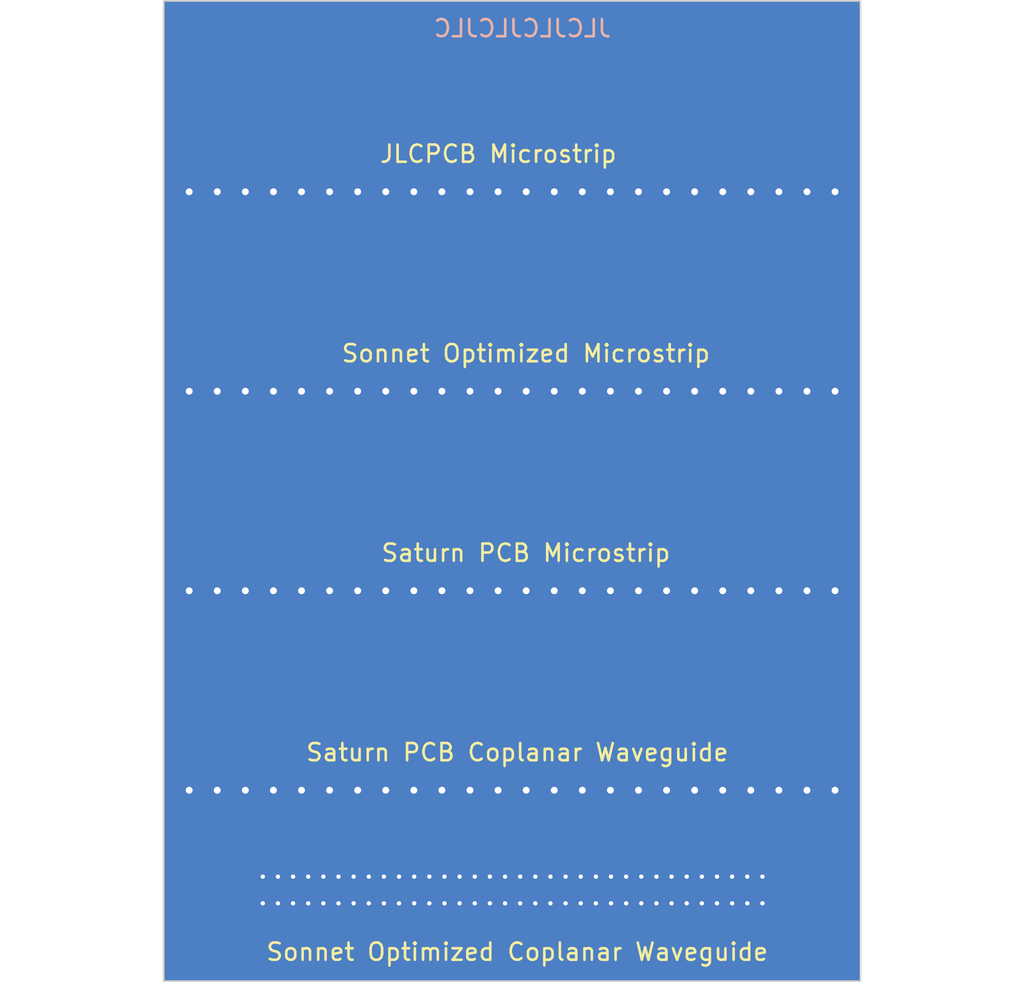
<source format=kicad_pcb>
(kicad_pcb (version 20211014) (generator pcbnew)
  (title_block (title "Test Coupon") (date "2022-07-20") (rev "1") (company "QuarterWave Engineering") (comment 1 "Made with <3 in San Diego - MIT Licence") (comment 4 "Looks simple? I wish."))
  (layers (0 "F.Cu" signal) (1 "In1.Cu" signal) (2 "In2.Cu" signal) (31 "B.Cu" signal) (34 "B.Paste" user) (35 "F.Paste" user) (36 "B.SilkS" user "B.Silkscreen") (37 "F.SilkS" user "F.Silkscreen") (38 "B.Mask" user) (39 "F.Mask" user) (44 "Edge.Cuts" user))
  (net 0 "")
  (net 1 "Net-(J1-Pad1)")
  (net 2 "GND")
  (net 3 "Net-(J3-Pad1)")
  (net 4 "Net-(J5-Pad1)")
  (net 5 "Net-(J7-Pad1)")
  (net 6 "Net-(J8-Pad1)")
  (net 7 "Net-(J9-Pad1)")
  (net 8 "Net-(J10-Pad1)")
  (footprint "ebaySMA:ebaySMA" (layer "F.Cu") (at 136 109.3 -90)
    (fp_text reference "J9" hide)
    (fp_text value "Conn_Coaxial")
    (pad "1" smd rect (at 0 -2 270) (size 1.2 4) (layers "F.Cu" "F.Paste" "F.Mask") (net 7 "Net-(J9-Pad1)"))
    (pad "2" smd rect (at 2.99 -2 270) (size 1.28 4) (layers "F.Cu" "F.Paste" "F.Mask") (net 2 "GND"))
    (pad "2" smd rect (at 2.99 -2 270) (size 1.28 4) (layers "B.Cu" "B.Paste" "B.Mask") (net 2 "GND"))
    (pad "2" smd rect (at -2.98 -2 270) (size 1.28 4) (layers "F.Cu" "F.Paste" "F.Mask") (net 2 "GND"))
    (pad "2" smd rect (at -2.98 -2 270) (size 1.28 4) (layers "B.Cu" "B.Paste" "B.Mask") (net 2 "GND"))
  )
  (footprint "ebaySMA:ebaySMA" (layer "F.Cu") (at 176.4 86.1 90)
    (fp_text reference "J6" hide)
    (fp_text value "Conn_Coaxial")
    (pad "1" smd rect (at 0 -2 90) (size 1.2 4) (layers "F.Cu" "F.Paste" "F.Mask") (net 4 "Net-(J5-Pad1)"))
    (pad "2" smd rect (at 2.99 -2 90) (size 1.28 4) (layers "F.Cu" "F.Paste" "F.Mask") (net 2 "GND"))
    (pad "2" smd rect (at 2.99 -2 90) (size 1.28 4) (layers "B.Cu" "B.Paste" "B.Mask") (net 2 "GND"))
    (pad "2" smd rect (at -2.98 -2 90) (size 1.28 4) (layers "F.Cu" "F.Paste" "F.Mask") (net 2 "GND"))
    (pad "2" smd rect (at -2.98 -2 90) (size 1.28 4) (layers "B.Cu" "B.Paste" "B.Mask") (net 2 "GND"))
  )
  (footprint "testFootprint:SonnetCPWG" (layer "F.Cu") (at 156.199992 109.30001)
    (fp_text reference "NT5" hide)
    (fp_text value "Sonnet CPWG")
    (pad "1" smd oval (at 0.02 0) (size 31.36 0.296416) (layers "F.Cu" "F.Paste" "F.Mask") (net 7 "Net-(J9-Pad1)"))
    (pad "2" thru_hole circle (at -10.0911 -0.776) (size 0.38 0.38) (drill 0.25) (layers *.Cu *.Mask) (net 2 "GND"))
    (pad "2" thru_hole circle (at 4.8672 0.776) (size 0.38 0.38) (drill 0.25) (layers *.Cu *.Mask) (net 2 "GND"))
    (pad "2" thru_hole circle (at -7.4514 -0.776) (size 0.38 0.38) (drill 0.25) (layers *.Cu *.Mask) (net 2 "GND"))
    (pad "2" thru_hole circle (at -2.172 -0.776) (size 0.38 0.38) (drill 0.25) (layers *.Cu *.Mask) (net 2 "GND"))
    (pad "2" thru_hole circle (at -3.9318 -0.776) (size 0.38 0.38) (drill 0.25) (layers *.Cu *.Mask) (net 2 "GND"))
    (pad "2" thru_hole circle (at -4.8117 -0.776) (size 0.38 0.38) (drill 0.25) (layers *.Cu *.Mask) (net 2 "GND"))
    (pad "2" thru_hole circle (at 14.5461 0.776) (size 0.38 0.38) (drill 0.25) (layers *.Cu *.Mask) (net 2 "GND"))
    (pad "2" thru_hole circle (at -10.971 0.776) (size 0.38 0.38) (drill 0.25) (layers *.Cu *.Mask) (net 2 "GND"))
    (pad "2" thru_hole circle (at -5.6916 0.776) (size 0.38 0.38) (drill 0.25) (layers *.Cu *.Mask) (net 2 "GND"))
    (pad "2" thru_hole circle (at 5.7471 -0.776) (size 0.38 0.38) (drill 0.25) (layers *.Cu *.Mask) (net 2 "GND"))
    (pad "2" thru_hole circle (at -8.3313 -0.776) (size 0.38 0.38) (drill 0.25) (layers *.Cu *.Mask) (net 2 "GND"))
    (pad "2" thru_hole circle (at 2.2275 0.776) (size 0.38 0.38) (drill 0.25) (layers *.Cu *.Mask) (net 2 "GND"))
    (pad "2" thru_hole circle (at 13.6662 -0.776) (size 0.38 0.38) (drill 0.25) (layers *.Cu *.Mask) (net 2 "GND"))
    (pad "2" thru_hole circle (at 11.9064 -0.776) (size 0.38 0.38) (drill 0.25) (layers *.Cu *.Mask) (net 2 "GND"))
    (pad "2" thru_hole circle (at -2.172 0.776) (size 0.38 0.38) (drill 0.25) (layers *.Cu *.Mask) (net 2 "GND"))
    (pad "2" thru_hole circle (at 1.3476 -0.776) (size 0.38 0.38) (drill 0.25) (layers *.Cu *.Mask) (net 2 "GND"))
    (pad "2" thru_hole circle (at 11.9064 0.776) (size 0.38 0.38) (drill 0.25) (layers *.Cu *.Mask) (net 2 "GND"))
    (pad "2" thru_hole circle (at -0.4122 0.776) (size 0.38 0.38) (drill 0.25) (layers *.Cu *.Mask) (net 2 "GND"))
    (pad "2" thru_hole circle (at 7.5069 -0.776) (size 0.38 0.38) (drill 0.25) (layers *.Cu *.Mask) (net 2 "GND"))
    (pad "2" thru_hole circle (at -11.8509 -0.776) (size 0.38 0.38) (drill 0.25) (layers *.Cu *.Mask) (net 2 "GND"))
    (pad "2" thru_hole circle (at 2.2275 -0.776) (size 0.38 0.38) (drill 0.25) (layers *.Cu *.Mask) (net 2 "GND"))
    (pad "2" thru_hole circle (at 10.1466 -0.776) (size 0.38 0.38) (drill 0.25) (layers *.Cu *.Mask) (net 2 "GND"))
    (pad "2" thru_hole circle (at 1.3476 0.776) (size 0.38 0.38) (drill 0.25) (layers *.Cu *.Mask) (net 2 "GND"))
    (pad "2" thru_hole circle (at -4.8117 0.776) (size 0.38 0.38) (drill 0.25) (layers *.Cu *.Mask) (net 2 "GND"))
    (pad "2" thru_hole circle (at 10.1466 0.776) (size 0.38 0.38) (drill 0.25) (layers *.Cu *.Mask) (net 2 "GND"))
    (pad "2" thru_hole circle (at -6.5715 -0.776) (size 0.38 0.38) (drill 0.25) (layers *.Cu *.Mask) (net 2 "GND"))
    (pad "2" thru_hole circle (at -5.6916 -0.776) (size 0.38 0.38) (drill 0.25) (layers *.Cu *.Mask) (net 2 "GND"))
    (pad "2" thru_hole circle (at 6.627 0.776) (size 0.38 0.38) (drill 0.25) (layers *.Cu *.Mask) (net 2 "GND"))
    (pad "2" thru_hole circle (at -3.9318 0.776) (size 0.38 0.38) (drill 0.25) (layers *.Cu *.Mask) (net 2 "GND"))
    (pad "2" thru_hole circle (at -7.4514 0.776) (size 0.38 0.38) (drill 0.25) (layers *.Cu *.Mask) (net 2 "GND"))
    (pad "2" thru_hole circle (at -1.2921 -0.776) (size 0.38 0.38) (drill 0.25) (layers *.Cu *.Mask) (net 2 "GND"))
    (pad "2" thru_hole circle (at 11.0265 0.776) (size 0.38 0.38) (drill 0.25) (layers *.Cu *.Mask) (net 2 "GND"))
    (pad "2" thru_hole circle (at 0.4677 -0.776) (size 0.38 0.38) (drill 0.25) (layers *.Cu *.Mask) (net 2 "GND"))
    (pad "2" thru_hole circle (at 6.627 -0.776) (size 0.38 0.38) (drill 0.25) (layers *.Cu *.Mask) (net 2 "GND"))
    (pad "2" smd rect (at 0.0195 -0.740918) (size 29.972 1.016164) (layers "F.Cu" "F.Paste" "F.Mask") (net 2 "GND"))
    (pad "2" thru_hole circle (at -10.971 -0.776) (size 0.38 0.38) (drill 0.25) (layers *.Cu *.Mask) (net 2 "GND"))
    (pad "2" thru_hole circle (at 13.6662 0.776) (size 0.38 0.38) (drill 0.25) (layers *.Cu *.Mask) (net 2 "GND"))
    (pad "2" thru_hole circle (at -14.4906 0.776) (size 0.38 0.38) (drill 0.25) (layers *.Cu *.Mask) (net 2 "GND"))
    (pad "2" thru_hole circle (at -3.0519 -0.776) (size 0.38 0.38) (drill 0.25) (layers *.Cu *.Mask) (net 2 "GND"))
    (pad "2" thru_hole circle (at 11.0265 -0.776) (size 0.38 0.38) (drill 0.25) (layers *.Cu *.Mask) (net 2 "GND"))
    (pad "2" thru_hole circle (at -13.6107 -0.776) (size 0.38 0.38) (drill 0.25) (layers *.Cu *.Mask) (net 2 "GND"))
    (pad "2" thru_hole circle (at -3.0519 0.776) (size 0.38 0.38) (drill 0.25) (layers *.Cu *.Mask) (net 2 "GND"))
    (pad "2" thru_hole circle (at 12.7863 -0.776) (size 0.38 0.38) (drill 0.25) (layers *.Cu *.Mask) (net 2 "GND"))
    (pad "2" thru_hole circle (at 7.5069 0.776) (size 0.38 0.38) (drill 0.25) (layers *.Cu *.Mask) (net 2 "GND"))
    (pad "2" thru_hole circle (at 3.1074 -0.776) (size 0.38 0.38) (drill 0.25) (layers *.Cu *.Mask) (net 2 "GND"))
    (pad "2" thru_hole circle (at -9.2112 -0.776) (size 0.38 0.38) (drill 0.25) (layers *.Cu *.Mask) (net 2 "GND"))
    (pad "2" thru_hole circle (at -12.7308 -0.776) (size 0.38 0.38) (drill 0.25) (layers *.Cu *.Mask) (net 2 "GND"))
    (pad "2" thru_hole circle (at -6.5715 0.776) (size 0.38 0.38) (drill 0.25) (layers *.Cu *.Mask) (net 2 "GND"))
    (pad "2" thru_hole circle (at 3.1074 0.776) (size 0.38 0.38) (drill 0.25) (layers *.Cu *.Mask) (net 2 "GND"))
    (pad "2" thru_hole circle (at 9.2667 -0.776) (size 0.38 0.38) (drill 0.25) (layers *.Cu *.Mask) (net 2 "GND"))
    (pad "2" thru_hole circle (at 3.9873 0.776) (size 0.38 0.38) (drill 0.25) (layers *.Cu *.Mask) (net 2 "GND"))
    (pad "2" thru_hole circle (at -0.4122 -0.776) (size 0.38 0.38) (drill 0.25) (layers *.Cu *.Mask) (net 2 "GND"))
    (pad "2" smd rect (at 0.02 0.741418) (size 29.972 1.017164) (layers "F.Cu" "F.Paste" "F.Mask") (net 2 "GND"))
    (pad "2" thru_hole circle (at 8.3868 -0.776) (size 0.38 0.38) (drill 0.25) (layers *.Cu *.Mask) (net 2 "GND"))
    (pad "2" thru_hole circle (at -12.7308 0.776) (size 0.38 0.38) (drill 0.25) (layers *.Cu *.Mask) (net 2 "GND"))
    (pad "2" thru_hole circle (at -13.6107 0.776) (size 0.38 0.38) (drill 0.25) (layers *.Cu *.Mask) (net 2 "GND"))
    (pad "2" thru_hole circle (at 8.3868 0.776) (size 0.38 0.38) (drill 0.25) (layers *.Cu *.Mask) (net 2 "GND"))
    (pad "2" thru_hole circle (at -14.4906 -0.776) (size 0.38 0.38) (drill 0.25) (layers *.Cu *.Mask) (net 2 "GND"))
    (pad "2" thru_hole circle (at 12.7863 0.776) (size 0.38 0.38) (drill 0.25) (layers *.Cu *.Mask) (net 2 "GND"))
    (pad "2" thru_hole circle (at -11.8509 0.776) (size 0.38 0.38) (drill 0.25) (layers *.Cu *.Mask) (net 2 "GND"))
    (pad "2" thru_hole circle (at 4.8672 -0.776) (size 0.38 0.38) (drill 0.25) (layers *.Cu *.Mask) (net 2 "GND"))
    (pad "2" thru_hole circle (at 9.2667 0.776) (size 0.38 0.38) (drill 0.25) (layers *.Cu *.Mask) (net 2 "GND"))
    (pad "2" thru_hole circle (at -9.2112 0.776) (size 0.38 0.38) (drill 0.25) (layers *.Cu *.Mask) (net 2 "GND"))
    (pad "2" thru_hole circle (at -10.0911 0.776) (size 0.38 0.38) (drill 0.25) (layers *.Cu *.Mask) (net 2 "GND"))
    (pad "2" thru_hole circle (at 14.5461 -0.776) (size 0.38 0.38) (drill 0.25) (layers *.Cu *.Mask) (net 2 "GND"))
    (pad "2" thru_hole circle (at 3.9873 -0.776) (size 0.38 0.38) (drill 0.25) (layers *.Cu *.Mask) (net 2 "GND"))
    (pad "2" thru_hole circle (at -1.2921 0.776) (size 0.38 0.38) (drill 0.25) (layers *.Cu *.Mask) (net 2 "GND"))
    (pad "2" thru_hole circle (at -8.3313 0.776) (size 0.38 0.38) (drill 0.25) (layers *.Cu *.Mask) (net 2 "GND"))
    (pad "2" thru_hole circle (at 0.4677 0.776) (size 0.38 0.38) (drill 0.25) (layers *.Cu *.Mask) (net 2 "GND"))
    (pad "2" thru_hole circle (at 5.7471 0.776) (size 0.38 0.38) (drill 0.25) (layers *.Cu *.Mask) (net 2 "GND"))
  )
  (footprint "ebaySMA:ebaySMA" (layer "F.Cu") (at 136 74.5 -90)
    (fp_text reference "J3" hide)
    (fp_text value "Conn_Coaxial")
    (pad "1" smd rect (at 0 -2 270) (size 1.2 4) (layers "F.Cu" "F.Paste" "F.Mask") (net 3 "Net-(J3-Pad1)"))
    (pad "2" smd rect (at -2.98 -2 270) (size 1.28 4) (layers "F.Cu" "F.Paste" "F.Mask") (net 2 "GND"))
    (pad "2" smd rect (at 2.99 -2 270) (size 1.28 4) (layers "B.Cu" "B.Paste" "B.Mask") (net 2 "GND"))
    (pad "2" smd rect (at 2.99 -2 270) (size 1.28 4) (layers "F.Cu" "F.Paste" "F.Mask") (net 2 "GND"))
    (pad "2" smd rect (at -2.98 -2 270) (size 1.28 4) (layers "B.Cu" "B.Paste" "B.Mask") (net 2 "GND"))
  )
  (footprint "ebaySMA:ebaySMA" (layer "F.Cu") (at 176.40425 74.5 90)
    (fp_text reference "J4" hide)
    (fp_text value "Conn_Coaxial")
    (pad "1" smd rect (at 0 -2 90) (size 1.2 4) (layers "F.Cu" "F.Paste" "F.Mask") (net 3 "Net-(J3-Pad1)"))
    (pad "2" smd rect (at 2.99 -2 90) (size 1.28 4) (layers "B.Cu" "B.Paste" "B.Mask") (net 2 "GND"))
    (pad "2" smd rect (at -2.98 -2 90) (size 1.28 4) (layers "B.Cu" "B.Paste" "B.Mask") (net 2 "GND"))
    (pad "2" smd rect (at -2.98 -2 90) (size 1.28 4) (layers "F.Cu" "F.Paste" "F.Mask") (net 2 "GND"))
    (pad "2" smd rect (at 2.99 -2 90) (size 1.28 4) (layers "F.Cu" "F.Paste" "F.Mask") (net 2 "GND"))
  )
  (footprint "ebaySMA:ebaySMA" (layer "F.Cu") (at 136.006757 97.7 -90)
    (fp_text reference "J7" hide)
    (fp_text value "Conn_Coaxial")
    (pad "1" smd rect (at 0 -2 270) (size 1.2 4) (layers "F.Cu" "F.Paste" "F.Mask") (net 5 "Net-(J7-Pad1)"))
    (pad "2" smd rect (at 2.99 -2 270) (size 1.28 4) (layers "F.Cu" "F.Paste" "F.Mask") (net 2 "GND"))
    (pad "2" smd rect (at -2.98 -2 270) (size 1.28 4) (layers "F.Cu" "F.Paste" "F.Mask") (net 2 "GND"))
    (pad "2" smd rect (at -2.98 -2 270) (size 1.28 4) (layers "B.Cu" "B.Paste" "B.Mask") (net 2 "GND"))
    (pad "2" smd rect (at 2.99 -2 270) (size 1.28 4) (layers "B.Cu" "B.Paste" "B.Mask") (net 2 "GND"))
  )
  (footprint "ebaySMA:ebaySMA" (layer "F.Cu") (at 136 62.9 -90)
    (fp_text reference "J1" hide)
    (fp_text value "Conn_Coaxial")
    (pad "1" smd rect (at 0 -2 270) (size 1.2 4) (layers "F.Cu" "F.Paste" "F.Mask") (net 1 "Net-(J1-Pad1)"))
    (pad "2" smd rect (at -2.98 -2 270) (size 1.28 4) (layers "F.Cu" "F.Paste" "F.Mask") (net 2 "GND"))
    (pad "2" smd rect (at -2.98 -2 270) (size 1.28 4) (layers "B.Cu" "B.Paste" "B.Mask") (net 2 "GND"))
    (pad "2" smd rect (at 2.99 -2 270) (size 1.28 4) (layers "F.Cu" "F.Paste" "F.Mask") (net 2 "GND"))
    (pad "2" smd rect (at 2.99 -2 270) (size 1.28 4) (layers "B.Cu" "B.Paste" "B.Mask") (net 2 "GND"))
  )
  (footprint "ebaySMA:ebaySMA" (layer "F.Cu") (at 176.406757 97.7 90)
    (fp_text reference "J8" hide)
    (fp_text value "Conn_Coaxial")
    (pad "1" smd rect (at 0 -2 90) (size 1.2 4) (layers "F.Cu" "F.Paste" "F.Mask") (net 6 "Net-(J8-Pad1)"))
    (pad "2" smd rect (at 2.99 -2 90) (size 1.28 4) (layers "B.Cu" "B.Paste" "B.Mask") (net 2 "GND"))
    (pad "2" smd rect (at 2.99 -2 90) (size 1.28 4) (layers "F.Cu" "F.Paste" "F.Mask") (net 2 "GND"))
    (pad "2" smd rect (at -2.98 -2 90) (size 1.28 4) (layers "F.Cu" "F.Paste" "F.Mask") (net 2 "GND"))
    (pad "2" smd rect (at -2.98 -2 90) (size 1.28 4) (layers "B.Cu" "B.Paste" "B.Mask") (net 2 "GND"))
  )
  (footprint "ebaySMA:ebaySMA" (layer "F.Cu") (at 176.4 62.9 90)
    (fp_text reference "J2" hide)
    (fp_text value "Conn_Coaxial")
    (pad "1" smd rect (at 0 -2 90) (size 1.2 4) (layers "F.Cu" "F.Paste" "F.Mask") (net 1 "Net-(J1-Pad1)"))
    (pad "2" smd rect (at -2.98 -2 90) (size 1.28 4) (layers "F.Cu" "F.Paste" "F.Mask") (net 2 "GND"))
    (pad "2" smd rect (at 2.99 -2 90) (size 1.28 4) (layers "F.Cu" "F.Paste" "F.Mask") (net 2 "GND"))
    (pad "2" smd rect (at -2.98 -2 90) (size 1.28 4) (layers "B.Cu" "B.Paste" "B.Mask") (net 2 "GND"))
    (pad "2" smd rect (at 2.99 -2 90) (size 1.28 4) (layers "B.Cu" "B.Paste" "B.Mask") (net 2 "GND"))
  )
  (footprint "ebaySMA:ebaySMA" (layer "F.Cu") (at 136 86.1 -90)
    (fp_text reference "J5" hide)
    (fp_text value "Conn_Coaxial")
    (pad "1" smd rect (at 0 -2 270) (size 1.2 4) (layers "F.Cu" "F.Paste" "F.Mask") (net 4 "Net-(J5-Pad1)"))
    (pad "2" smd rect (at 2.99 -2 270) (size 1.28 4) (layers "B.Cu" "B.Paste" "B.Mask") (net 2 "GND"))
    (pad "2" smd rect (at -2.98 -2 270) (size 1.28 4) (layers "F.Cu" "F.Paste" "F.Mask") (net 2 "GND"))
    (pad "2" smd rect (at 2.99 -2 270) (size 1.28 4) (layers "F.Cu" "F.Paste" "F.Mask") (net 2 "GND"))
    (pad "2" smd rect (at -2.98 -2 270) (size 1.28 4) (layers "B.Cu" "B.Paste" "B.Mask") (net 2 "GND"))
  )
  (footprint "testFootprint:SaturnCPWG" (layer "F.Cu") (at 156.236757 97.7)
    (fp_text reference "NT4" hide)
    (fp_text value "Saturn CPWG")
    (pad "1" smd oval (at -0.03 0) (size 31.36 0.29718) (layers "F.Cu" "F.Paste" "F.Mask") (net 5 "Net-(J7-Pad1)"))
    (pad "2" smd rect (at -0.03 -0.74651) (size 29.972 1.01498) (layers "F.Cu" "F.Paste" "F.Mask") (net 2 "GND"))
    (pad "2" smd rect (at -0.03 0.7475) (size 29.972 1.015) (layers "F.Cu" "F.Paste" "F.Mask") (net 2 "GND"))
  )
  (footprint "ebaySMA:ebaySMA" (layer "F.Cu") (at 176.4 109.3 90)
    (fp_text reference "J10" hide)
    (fp_text value "Conn_Coaxial")
    (pad "1" smd rect (at 0 -2 90) (size 1.2 4) (layers "F.Cu" "F.Paste" "F.Mask") (net 8 "Net-(J10-Pad1)"))
    (pad "2" smd rect (at 2.99 -2 90) (size 1.28 4) (layers "F.Cu" "F.Paste" "F.Mask") (net 2 "GND"))
    (pad "2" smd rect (at -2.98 -2 90) (size 1.28 4) (layers "F.Cu" "F.Paste" "F.Mask") (net 2 "GND"))
    (pad "2" smd rect (at 2.99 -2 90) (size 1.28 4) (layers "B.Cu" "B.Paste" "B.Mask") (net 2 "GND"))
    (pad "2" smd rect (at -2.98 -2 90) (size 1.28 4) (layers "B.Cu" "B.Paste" "B.Mask") (net 2 "GND"))
  )
  (footprint "QuarterWave:logoWithText2Mask" (layer "B.Cu") (at 156.2 86.1 180)
    (fp_text reference "G***" hide)
    (fp_text value "LOGO" hide)
  )
  (gr_poly (pts (xy 140.7 109.3) (xy 140 109.8) (xy 140 108.8)) (layer "F.Cu") (width 0.2) (fill solid))
  (gr_poly (pts (xy 140.7 86.1) (xy 140 86.6) (xy 140 85.6)) (layer "F.Cu") (width 0.2) (fill solid))
  (gr_poly (pts (xy 140.7 74.5) (xy 140 75) (xy 140 74)) (layer "F.Cu") (width 0.2) (fill solid))
  (gr_poly (pts (xy 140.706757 97.7) (xy 140 98.2) (xy 140 97.2)) (layer "F.Cu") (width 0.2) (fill solid))
  (gr_poly (pts (xy 171.7 86.1) (xy 172.4 85.6) (xy 172.4 86.6)) (layer "F.Cu") (width 0.2) (fill solid))
  (gr_poly (pts (xy 140.7 62.9) (xy 140 63.4) (xy 140 62.4)) (layer "F.Cu") (width 0.2) (fill solid))
  (gr_poly (pts (xy 171.7 109.3) (xy 172.4 108.8) (xy 172.4 109.8)) (layer "F.Cu") (width 0.2) (fill solid))
  (gr_poly (pts (xy 171.7 74.477027) (xy 172.4 74) (xy 172.4 75)) (layer "F.Cu") (width 0.2) (fill solid))
  (gr_poly (pts (xy 171.7 62.9) (xy 172.4 62.4) (xy 172.4 63.4)) (layer "F.Cu") (width 0.2) (fill solid))
  (gr_poly (pts (xy 171.706757 97.7) (xy 172.406757 97.2) (xy 172.406757 98.2)) (layer "F.Cu") (width 0.2) (fill solid))
  (gr_rect (start 135.95024 114.6) (end 176.44976 57.6) (layer "Edge.Cuts") (width 0.1) (fill none))
  (gr_text "JLCJLCJLCJLC" (at 156.8 59.2) (layer "B.SilkS") (effects (font (size 1 1)) (justify mirror)))
  (gr_text "JLCPCB Microstrip" (at 155.4 66.5) (layer "F.SilkS") (effects (font (size 1 1))))
  (gr_text "Saturn PCB Coplanar Waveguide" (at 156.5 101.3) (layer "F.SilkS") (effects (font (size 1 1))))
  (gr_text "Sonnet Optimized Microstrip" (at 157 78.1) (layer "F.SilkS") (effects (font (size 1 1))))
  (gr_text "Sonnet Optimized Coplanar Waveguide" (at 156.5 112.9) (layer "F.SilkS") (effects (font (size 1 1))))
  (gr_text "Saturn PCB Microstrip" (at 157 89.7) (layer "F.SilkS") (effects (font (size 1 1))))
  (segment (start 138 62.9) (end 174.4 62.9) (width 0.29337) (layer "F.Cu") (net 1))
  (via (at 153.752 80.3) (size 0.8) (drill 0.4) (layers "F.Cu" "B.Cu") (net 2))
  (via (at 150.488 91.9) (size 0.8) (drill 0.4) (layers "F.Cu" "B.Cu") (net 2))
  (via (at 174.968 103.5) (size 0.8) (drill 0.4) (layers "F.Cu" "B.Cu") (net 2))
  (via (at 160.28 68.7) (size 0.8) (drill 0.4) (layers "F.Cu" "B.Cu") (net 2))
  (via (at 170.072 80.3) (size 0.8) (drill 0.4) (layers "F.Cu" "B.Cu") (net 2))
  (via (at 148.856 91.9) (size 0.8) (drill 0.4) (layers "F.Cu" "B.Cu") (net 2))
  (via (at 170.072 91.9) (size 0.8) (drill 0.4) (layers "F.Cu" "B.Cu") (net 2))
  (via (at 142.328 103.5) (size 0.8) (drill 0.4) (layers "F.Cu" "B.Cu") (net 2))
  (via (at 145.592 103.5) (size 0.8) (drill 0.4) (layers "F.Cu" "B.Cu") (net 2))
  (via (at 163.544 103.5) (size 0.8) (drill 0.4) (layers "F.Cu" "B.Cu") (net 2))
  (via (at 147.224 80.3) (size 0.8) (drill 0.4) (layers "F.Cu" "B.Cu") (net 2))
  (via (at 163.544 91.9) (size 0.8) (drill 0.4) (layers "F.Cu" "B.Cu") (net 2))
  (via (at 170.072 103.5) (size 0.8) (drill 0.4) (layers "F.Cu" "B.Cu") (net 2))
  (via (at 168.44 80.3) (size 0.8) (drill 0.4) (layers "F.Cu" "B.Cu") (net 2))
  (via (at 157.016 91.9) (size 0.8) (drill 0.4) (layers "F.Cu" "B.Cu") (net 2))
  (via (at 150.488 80.3) (size 0.8) (drill 0.4) (layers "F.Cu" "B.Cu") (net 2))
  (via (at 166.808 80.3) (size 0.8) (drill 0.4) (layers "F.Cu" "B.Cu") (net 2))
  (via (at 155.384 80.3) (size 0.8) (drill 0.4) (layers "F.Cu" "B.Cu") (net 2))
  (via (at 152.12 80.3) (size 0.8) (drill 0.4) (layers "F.Cu" "B.Cu") (net 2))
  (via (at 157.016 103.5) (size 0.8) (drill 0.4) (layers "F.Cu" "B.Cu") (net 2))
  (via (at 163.544 80.3) (size 0.8) (drill 0.4) (layers "F.Cu" "B.Cu") (net 2))
  (via (at 163.544 68.7) (size 0.8) (drill 0.4) (layers "F.Cu" "B.Cu") (net 2))
  (via (at 160.28 103.5) (size 0.8) (drill 0.4) (layers "F.Cu" "B.Cu") (net 2))
  (via (at 171.704 68.7) (size 0.8) (drill 0.4) (layers "F.Cu" "B.Cu") (net 2))
  (via (at 148.856 80.3) (size 0.8) (drill 0.4) (layers "F.Cu" "B.Cu") (net 2))
  (via (at 137.432 91.9) (size 0.8) (drill 0.4) (layers "F.Cu" "B.Cu") (net 2))
  (via (at 147.224 91.9) (size 0.8) (drill 0.4) (layers "F.Cu" "B.Cu") (net 2))
  (via (at 165.176 91.9) (size 0.8) (drill 0.4) (layers "F.Cu" "B.Cu") (net 2))
  (via (at 153.752 103.5) (size 0.8) (drill 0.4) (layers "F.Cu" "B.Cu") (net 2))
  (via (at 143.96 80.3) (size 0.8) (drill 0.4) (layers "F.Cu" "B.Cu") (net 2))
  (via (at 137.432 103.5) (size 0.8) (drill 0.4) (layers "F.Cu" "B.Cu") (net 2))
  (via (at 158.648 68.7) (size 0.8) (drill 0.4) (layers "F.Cu" "B.Cu") (net 2))
  (via (at 165.176 80.3) (size 0.8) (drill 0.4) (layers "F.Cu" "B.Cu") (net 2))
  (via (at 147.224 68.7) (size 0.8) (drill 0.4) (layers "F.Cu" "B.Cu") (net 2))
  (via (at 173.336 80.3) (size 0.8) (drill 0.4) (layers "F.Cu" "B.Cu") (net 2))
  (via (at 171.704 91.9) (size 0.8) (drill 0.4) (layers "F.Cu" "B.Cu") (net 2))
  (via (at 168.44 91.9) (size 0.8) (drill 0.4) (layers "F.Cu" "B.Cu") (net 2))
  (via (at 161.912 103.5) (size 0.8) (drill 0.4) (layers "F.Cu" "B.Cu") (net 2))
  (via (at 148.856 68.7) (size 0.8) (drill 0.4) (layers "F.Cu" "B.Cu") (net 2))
  (via (at 139.064 80.3) (size 0.8) (drill 0.4) (layers "F.Cu" "B.Cu") (net 2))
  (via (at 143.96 91.9) (size 0.8) (drill 0.4) (layers "F.Cu" "B.Cu") (net 2))
  (via (at 137.432 80.3) (size 0.8) (drill 0.4) (layers "F.Cu" "B.Cu") (net 2))
  (via (at 157.016 80.3) (size 0.8) (drill 0.4) (layers "F.Cu" "B.Cu") (net 2))
  (via (at 168.44 68.7) (size 0.8) (drill 0.4) (layers "F.Cu" "B.Cu") (net 2))
  (via (at 153.752 91.9) (size 0.8) (drill 0.4) (layers "F.Cu" "B.Cu") (net 2))
  (via (at 142.328 91.9) (size 0.8) (drill 0.4) (layers "F.Cu" "B.Cu") (net 2))
  (via (at 153.752 68.7) (size 0.8) (drill 0.4) (layers "F.Cu" "B.Cu") (net 2))
  (via (at 157.016 68.7) (size 0.8) (drill 0.4) (layers "F.Cu" "B.Cu") (net 2))
  (via (at 171.704 103.5) (size 0.8) (drill 0.4) (layers "F.Cu" "B.Cu") (net 2))
  (via (at 161.912 91.9) (size 0.8) (drill 0.4) (layers "F.Cu" "B.Cu") (net 2))
  (via (at 166.808 103.5) (size 0.8) (drill 0.4) (layers "F.Cu" "B.Cu") (net 2))
  (via (at 166.808 91.9) (size 0.8) (drill 0.4) (layers "F.Cu" "B.Cu") (net 2))
  (via (at 155.384 91.9) (size 0.8) (drill 0.4) (layers "F.Cu" "B.Cu") (net 2))
  (via (at 171.704 80.3) (size 0.8) (drill 0.4) (layers "F.Cu" "B.Cu") (net 2))
  (via (at 140.696 80.3) (size 0.8) (drill 0.4) (layers "F.Cu" "B.Cu") (net 2))
  (via (at 139.064 68.7) (size 0.8) (drill 0.4) (layers "F.Cu" "B.Cu") (net 2))
  (via (at 165.176 68.7) (size 0.8) (drill 0.4) (layers "F.Cu" "B.Cu") (net 2))
  (via (at 168.44 103.5) (size 0.8) (drill 0.4) (layers "F.Cu" "B.Cu") (net 2))
  (via (at 143.96 103.5) (size 0.8) (drill 0.4) (layers "F.Cu" "B.Cu") (net 2))
  (via (at 170.072 68.7) (size 0.8) (drill 0.4) (layers "F.Cu" "B.Cu") (net 2))
  (via (at 174.968 91.9) (size 0.8) (drill 0.4) (layers "F.Cu" "B.Cu") (net 2))
  (via (at 161.912 80.3) (size 0.8) (drill 0.4) (layers "F.Cu" "B.Cu") (net 2))
  (via (at 160.28 80.3) (size 0.8) (drill 0.4) (layers "F.Cu" "B.Cu") (net 2))
  (via (at 161.912 68.7) (size 0.8) (drill 0.4) (layers "F.Cu" "B.Cu") (net 2))
  (via (at 140.696 68.7) (size 0.8) (drill 0.4) (layers "F.Cu" "B.Cu") (net 2))
  (via (at 137.432 68.7) (size 0.8) (drill 0.4) (layers "F.Cu" "B.Cu") (net 2))
  (via (at 174.968 68.7) (size 0.8) (drill 0.4) (layers "F.Cu" "B.Cu") (net 2))
  (via (at 174.968 80.3) (size 0.8) (drill 0.4) (layers "F.Cu" "B.Cu") (net 2))
  (via (at 173.336 68.7) (size 0.8) (drill 0.4) (layers "F.Cu" "B.Cu") (net 2))
  (via (at 139.064 91.9) (size 0.8) (drill 0.4) (layers "F.Cu" "B.Cu") (net 2))
  (via (at 150.488 103.5) (size 0.8) (drill 0.4) (layers "F.Cu" "B.Cu") (net 2))
  (via (at 145.592 91.9) (size 0.8) (drill 0.4) (layers "F.Cu" "B.Cu") (net 2))
  (via (at 142.328 80.3) (size 0.8) (drill 0.4) (layers "F.Cu" "B.Cu") (net 2))
  (via (at 152.12 68.7) (size 0.8) (drill 0.4) (layers "F.Cu" "B.Cu") (net 2))
  (via (at 152.12 91.9) (size 0.8) (drill 0.4) (layers "F.Cu" "B.Cu") (net 2))
  (via (at 155.384 103.5) (size 0.8) (drill 0.4) (layers "F.Cu" "B.Cu") (net 2))
  (via (at 150.488 68.7) (size 0.8) (drill 0.4) (layers "F.Cu" "B.Cu") (net 2))
  (via (at 140.696 91.9) (size 0.8) (drill 0.4) (layers "F.Cu" "B.Cu") (net 2))
  (via (at 166.808 68.7) (size 0.8) (drill 0.4) (layers "F.Cu" "B.Cu") (net 2))
  (via (at 145.592 80.3) (size 0.8) (drill 0.4) (layers "F.Cu" "B.Cu") (net 2))
  (via (at 173.336 91.9) (size 0.8) (drill 0.4) (layers "F.Cu" "B.Cu") (net 2))
  (via (at 145.592 68.7) (size 0.8) (drill 0.4) (layers "F.Cu" "B.Cu") (net 2))
  (via (at 139.064 103.5) (size 0.8) (drill 0.4) (layers "F.Cu" "B.Cu") (net 2))
  (via (at 142.328 68.7) (size 0.8) (drill 0.4) (layers "F.Cu" "B.Cu") (net 2))
  (via (at 152.12 103.5) (size 0.8) (drill 0.4) (layers "F.Cu" "B.Cu") (net 2))
  (via (at 147.224 103.5) (size 0.8) (drill 0.4) (layers "F.Cu" "B.Cu") (net 2))
  (via (at 143.96 68.7) (size 0.8) (drill 0.4) (layers "F.Cu" "B.Cu") (net 2))
  (via (at 155.384 68.7) (size 0.8) (drill 0.4) (layers "F.Cu" "B.Cu") (net 2))
  (via (at 165.176 103.5) (size 0.8) (drill 0.4) (layers "F.Cu" "B.Cu") (net 2))
  (via (at 148.856 103.5) (size 0.8) (drill 0.4) (layers "F.Cu" "B.Cu") (net 2))
  (via (at 158.648 80.3) (size 0.8) (drill 0.4) (layers "F.Cu" "B.Cu") (net 2))
  (via (at 158.648 91.9) (size 0.8) (drill 0.4) (layers "F.Cu" "B.Cu") (net 2))
  (via (at 158.648 103.5) (size 0.8) (drill 0.4) (layers "F.Cu" "B.Cu") (net 2))
  (via (at 160.28 91.9) (size 0.8) (drill 0.4) (layers "F.Cu" "B.Cu") (net 2))
  (via (at 173.336 103.5) (size 0.8) (drill 0.4) (layers "F.Cu" "B.Cu") (net 2))
  (via (at 140.696 103.5) (size 0.8) (drill 0.4) (layers "F.Cu" "B.Cu") (net 2))
  (segment (start 138 74.5) (end 174.40425 74.5) (width 0.430733) (layer "F.Cu") (net 3))
  (segment (start 138 86.1) (end 174.4 86.1) (width 0.36068) (layer "F.Cu") (net 4))
  (zone (net 2) (net_name "GND") (layer "F.Cu") (connect_pads yes (clearance 0.0254)) (min_thickness 0.0254) (fill yes (thermal_gap 0.0254) (thermal_bridge_width 0.0254) (island_removal_mode 1) (island_area_min 0))
    (polygon (pts (xy 177.1 60.7) (xy 135.3 60.7) (xy 135.3 57.6) (xy 177.1 57.6)))
  )
  (zone (net 2) (net_name "GND") (layer "F.Cu") (connect_pads yes (clearance 0.0254)) (min_thickness 0.0254) (fill yes (thermal_gap 0.0254) (thermal_bridge_width 0.0254) (island_removal_mode 1) (island_area_min 0))
    (polygon (pts (xy 156.300424 109.647736) (xy 171.702984 109.647736) (xy 172.322744 110.1) (xy 177.100424 110.1) (xy 177.100424 114.6) (xy 156.300424 114.6)))
  )
  (zone (net 2) (net_name "GND") (layer "F.Cu") (connect_pads yes (clearance 0.0254)) (min_thickness 0.0254) (fill yes (thermal_gap 0.0254) (thermal_bridge_width 0.0254) (island_removal_mode 1) (island_area_min 0))
    (polygon (pts (xy 156.606757 97.457) (xy 140.906757 97.457) (xy 140.106757 96.907) (xy 135.306757 96.907) (xy 135.306757 92.307) (xy 156.606757 92.307)))
  )
  (zone (net 2) (net_name "GND") (layer "F.Cu") (connect_pads yes (clearance 0.0254)) (min_thickness 0.0254) (fill yes (thermal_gap 0.0254) (thermal_bridge_width 0.0254) (island_removal_mode 1) (island_area_min 0))
    (polygon (pts (xy 177.1 104.5) (xy 135.3 104.5) (xy 135.3 102) (xy 177.1 102)))
  )
  (zone (net 2) (net_name "GND") (layer "F.Cu") (connect_pads yes (clearance 0.0254)) (min_thickness 0.0254) (fill yes (thermal_gap 0.0254) (thermal_bridge_width 0.0254) (island_removal_mode 1) (island_area_min 0))
    (polygon (pts (xy 156.3 108.95) (xy 140.699744 108.951776) (xy 140.076936 108.5) (xy 135.3 108.5) (xy 135.3 104.5) (xy 156.3 104.5)))
  )
  (zone (net 2) (net_name "GND") (layer "F.Cu") (connect_pads yes (clearance 0.0254)) (min_thickness 0.0254) (fill yes (thermal_gap 0.0254) (thermal_bridge_width 0.0254) (island_removal_mode 1) (island_area_min 0))
    (polygon (pts (xy 156.607256 98.050096) (xy 140.707872 98.048064) (xy 140.083025 98.500184) (xy 135.30675 98.497039) (xy 135.306757 101.991968) (xy 156.606757 101.991968)))
  )
  (zone (net 2) (net_name "GND") (layer "F.Cu") (connect_pads yes (clearance 0.0254)) (min_thickness 0.0254) (fill yes (thermal_gap 0.0254) (thermal_bridge_width 0.0254) (island_removal_mode 1) (island_area_min 0))
    (polygon (pts (xy 156.300424 109.647736) (xy 141.139672 109.647736) (xy 140.699744 109.647736) (xy 140.07592 110.099856) (xy 135.3 110.1) (xy 135.3 114.6) (xy 156.3 114.6)))
  )
  (zone (net 2) (net_name "GND") (layer "F.Cu") (connect_pads yes (clearance 0.0254)) (min_thickness 0.0254) (fill yes (thermal_gap 0.0254) (thermal_bridge_width 0.0254) (island_removal_mode 1) (island_area_min 0))
    (polygon (pts (xy 177.1 92.4) (xy 135.3 92.4) (xy 135.3 88.3) (xy 177.1 88.3)))
  )
  (zone (net 2) (net_name "GND") (layer "F.Cu") (connect_pads yes (clearance 0.0254)) (min_thickness 0.0254) (fill yes (thermal_gap 0.0254) (thermal_bridge_width 0.0254) (island_removal_mode 1) (island_area_min 0))
    (polygon (pts (xy 156.606896 97.351336) (xy 171.707048 97.351336) (xy 172.330872 96.899984) (xy 177.10588 96.907) (xy 177.10588 92.307) (xy 156.606896 92.307)))
  )
  (zone (net 2) (net_name "GND") (layer "F.Cu") (connect_pads yes (clearance 0.0254)) (min_thickness 0.0254) (fill yes (thermal_gap 0.0254) (thermal_bridge_width 0.0254) (island_removal_mode 1) (island_area_min 0))
    (polygon (pts (xy 177.1 83.9) (xy 135.3 83.9) (xy 135.3 76.7) (xy 177.1 76.7)))
  )
  (zone (net 2) (net_name "GND") (layer "F.Cu") (connect_pads yes (clearance 0.0254)) (min_thickness 0.0254) (fill yes (thermal_gap 0.0254) (thermal_bridge_width 0.0254) (island_removal_mode 1) (island_area_min 0))
    (polygon (pts (xy 177.1 72.3) (xy 135.3 72.3) (xy 135.3 65.1) (xy 177.1 65.1)))
  )
  (zone (net 2) (net_name "GND") (layer "F.Cu") (connect_pads yes (clearance 0.0254)) (min_thickness 0.0254) (fill yes (thermal_gap 0.0254) (thermal_bridge_width 0.0254) (island_removal_mode 1) (island_area_min 0))
    (polygon (pts (xy 156.3 108.95) (xy 171.7 108.95) (xy 172.32376 108.5) (xy 177.1 108.5) (xy 177.1 104.5) (xy 156.3 104.5)))
  )
  (zone (net 2) (net_name "GND") (layer "F.Cu") (connect_pads yes (clearance 0.0254)) (min_thickness 0.0254) (fill yes (thermal_gap 0.0254) (thermal_bridge_width 0.0254) (island_removal_mode 1) (island_area_min 0))
    (polygon (pts (xy 156.606757 98.053232) (xy 171.706032 98.053232) (xy 172.329856 98.500184) (xy 177.107088 98.499168) (xy 177.106757 101.998152) (xy 156.606757 101.998152)))
  )
  (zone (net 2) (net_name "GND") (layers "In1.Cu" "In2.Cu" "B.Cu") (connect_pads yes (clearance 0.0254)) (min_thickness 0.0254) (fill yes (thermal_gap 0.0254) (thermal_bridge_width 0.0254) (island_removal_mode 1) (island_area_min 0))
    (polygon (pts (xy 177.1 114.6) (xy 135.3 114.6) (xy 135.3 57.6) (xy 177.1 57.6)))
  )
)
</source>
